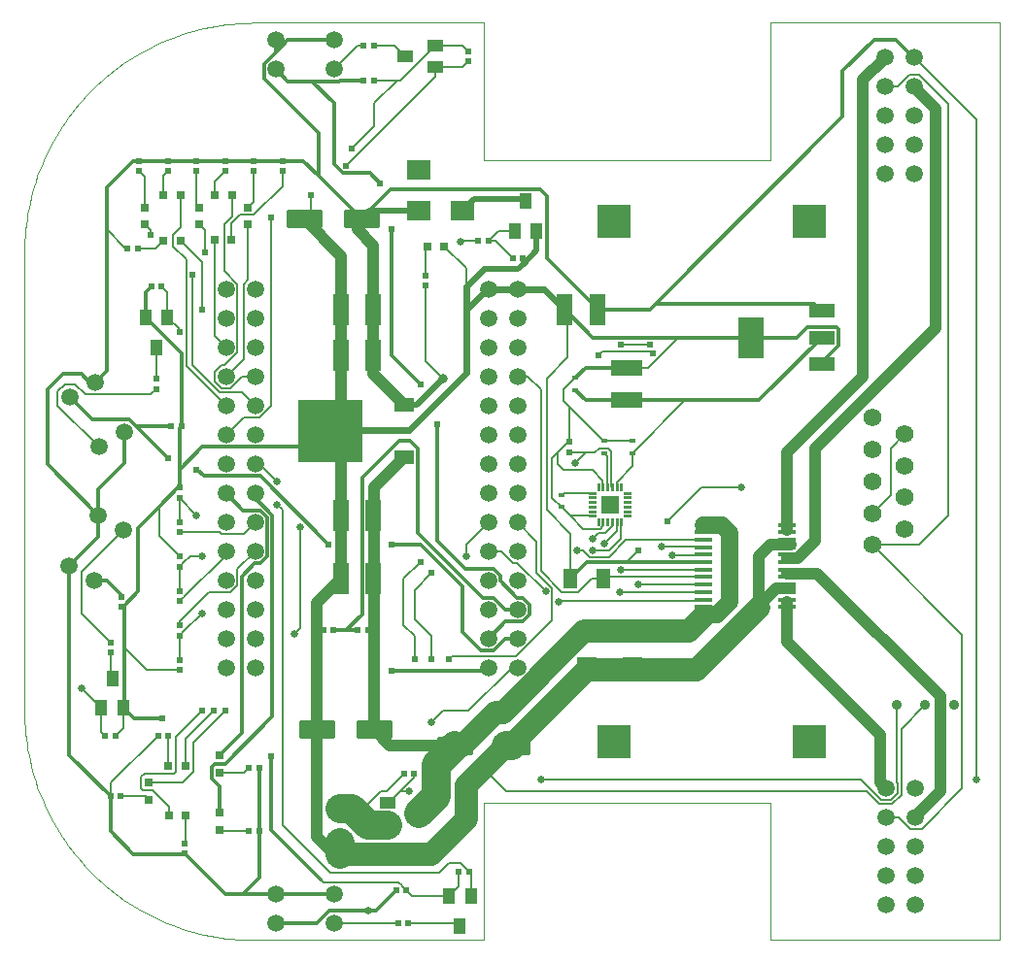
<source format=gtl>
G75*
%MOIN*%
%OFA0B0*%
%FSLAX25Y25*%
%IPPOS*%
%LPD*%
%AMOC8*
5,1,8,0,0,1.08239X$1,22.5*
%
%ADD10C,0.00000*%
%ADD11R,0.22441X0.21654*%
%ADD12R,0.06693X0.05118*%
%ADD13C,0.05315*%
%ADD14R,0.05394X0.10709*%
%ADD15C,0.05906*%
%ADD16C,0.01555*%
%ADD17R,0.08268X0.06693*%
%ADD18R,0.03150X0.03150*%
%ADD19R,0.02008X0.02362*%
%ADD20R,0.02362X0.02008*%
%ADD21R,0.05906X0.01575*%
%ADD22R,0.08800X0.04800*%
%ADD23R,0.08661X0.14173*%
%ADD24R,0.10709X0.05394*%
%ADD25R,0.02362X0.01378*%
%ADD26C,0.03562*%
%ADD27R,0.05512X0.03937*%
%ADD28R,0.03937X0.05512*%
%ADD29R,0.07165X0.04724*%
%ADD30R,0.04724X0.07165*%
%ADD31C,0.00217*%
%ADD32R,0.06063X0.06063*%
%ADD33C,0.06201*%
%ADD34C,0.03937*%
%ADD35C,0.01969*%
%ADD36C,0.01181*%
%ADD37C,0.00787*%
%ADD38C,0.02578*%
%ADD39C,0.03169*%
%ADD40C,0.00600*%
%ADD41C,0.10000*%
%ADD42C,0.07874*%
%ADD43C,0.09843*%
%ADD44C,0.02362*%
%ADD45C,0.02400*%
%ADD46C,0.05906*%
%ADD47R,0.11811X0.11811*%
D10*
X0105631Y0113505D02*
X0105631Y0270985D01*
X0105654Y0272888D01*
X0105723Y0274789D01*
X0105838Y0276689D01*
X0105999Y0278585D01*
X0106205Y0280476D01*
X0106457Y0282362D01*
X0106755Y0284241D01*
X0107098Y0286113D01*
X0107486Y0287976D01*
X0107919Y0289829D01*
X0108397Y0291671D01*
X0108919Y0293500D01*
X0109485Y0295317D01*
X0110095Y0297119D01*
X0110748Y0298907D01*
X0111444Y0300677D01*
X0112183Y0302431D01*
X0112964Y0304166D01*
X0113786Y0305882D01*
X0114650Y0307577D01*
X0115555Y0309251D01*
X0116500Y0310903D01*
X0117484Y0312531D01*
X0118507Y0314136D01*
X0119569Y0315714D01*
X0120669Y0317267D01*
X0121806Y0318793D01*
X0122979Y0320291D01*
X0124189Y0321760D01*
X0125433Y0323199D01*
X0126712Y0324608D01*
X0128025Y0325986D01*
X0129370Y0327331D01*
X0130748Y0328644D01*
X0132157Y0329923D01*
X0133596Y0331167D01*
X0135065Y0332377D01*
X0136563Y0333550D01*
X0138089Y0334687D01*
X0139642Y0335787D01*
X0141220Y0336849D01*
X0142825Y0337872D01*
X0144453Y0338856D01*
X0146105Y0339801D01*
X0147779Y0340706D01*
X0149474Y0341570D01*
X0151190Y0342392D01*
X0152925Y0343173D01*
X0154679Y0343912D01*
X0156449Y0344608D01*
X0158237Y0345261D01*
X0160039Y0345871D01*
X0161856Y0346437D01*
X0163685Y0346959D01*
X0165527Y0347437D01*
X0167380Y0347870D01*
X0169243Y0348258D01*
X0171115Y0348601D01*
X0172994Y0348899D01*
X0174880Y0349151D01*
X0176771Y0349357D01*
X0178667Y0349518D01*
X0180567Y0349633D01*
X0182468Y0349702D01*
X0184371Y0349725D01*
X0263111Y0349725D01*
X0263111Y0302481D01*
X0361536Y0302481D01*
X0361536Y0349725D01*
X0440276Y0349725D01*
X0440276Y0034765D01*
X0361536Y0034765D01*
X0361536Y0082009D01*
X0263111Y0082009D01*
X0263111Y0034765D01*
X0184371Y0034765D01*
X0182468Y0034788D01*
X0180567Y0034857D01*
X0178667Y0034972D01*
X0176771Y0035133D01*
X0174880Y0035339D01*
X0172994Y0035591D01*
X0171115Y0035889D01*
X0169243Y0036232D01*
X0167380Y0036620D01*
X0165527Y0037053D01*
X0163685Y0037531D01*
X0161856Y0038053D01*
X0160039Y0038619D01*
X0158237Y0039229D01*
X0156449Y0039882D01*
X0154679Y0040578D01*
X0152925Y0041317D01*
X0151190Y0042098D01*
X0149474Y0042920D01*
X0147779Y0043784D01*
X0146105Y0044689D01*
X0144453Y0045634D01*
X0142825Y0046618D01*
X0141220Y0047641D01*
X0139642Y0048703D01*
X0138089Y0049803D01*
X0136563Y0050940D01*
X0135065Y0052113D01*
X0133596Y0053323D01*
X0132157Y0054567D01*
X0130748Y0055846D01*
X0129370Y0057159D01*
X0128025Y0058504D01*
X0126712Y0059882D01*
X0125433Y0061291D01*
X0124189Y0062730D01*
X0122979Y0064199D01*
X0121806Y0065697D01*
X0120669Y0067223D01*
X0119569Y0068776D01*
X0118507Y0070354D01*
X0117484Y0071959D01*
X0116500Y0073587D01*
X0115555Y0075239D01*
X0114650Y0076913D01*
X0113786Y0078608D01*
X0112964Y0080324D01*
X0112183Y0082059D01*
X0111444Y0083813D01*
X0110748Y0085583D01*
X0110095Y0087371D01*
X0109485Y0089173D01*
X0108919Y0090990D01*
X0108397Y0092819D01*
X0107919Y0094661D01*
X0107486Y0096514D01*
X0107098Y0098377D01*
X0106755Y0100249D01*
X0106457Y0102128D01*
X0106205Y0104014D01*
X0105999Y0105905D01*
X0105838Y0107801D01*
X0105723Y0109701D01*
X0105654Y0111602D01*
X0105631Y0113505D01*
D11*
X0210670Y0209568D03*
D12*
X0236024Y0218564D03*
X0236024Y0200572D03*
D13*
X0214528Y0078505D03*
X0214528Y0070631D03*
D14*
X0214209Y0158780D03*
X0225398Y0158780D03*
X0225398Y0180434D03*
X0214209Y0180434D03*
X0214209Y0235552D03*
X0225398Y0235552D03*
X0225398Y0251300D03*
X0214209Y0251300D03*
X0290981Y0251300D03*
X0302170Y0251300D03*
D15*
X0274765Y0248229D03*
X0274765Y0258229D03*
X0264765Y0258229D03*
X0264765Y0248229D03*
X0264765Y0238229D03*
X0274765Y0238229D03*
X0274765Y0228229D03*
X0274765Y0218229D03*
X0264765Y0218229D03*
X0264765Y0228229D03*
X0264765Y0208229D03*
X0274765Y0208229D03*
X0274765Y0198229D03*
X0264765Y0198229D03*
X0264765Y0188229D03*
X0274765Y0188229D03*
X0274765Y0178229D03*
X0264765Y0178229D03*
X0264765Y0168229D03*
X0274765Y0168229D03*
X0274765Y0158229D03*
X0274765Y0148229D03*
X0264765Y0148229D03*
X0264765Y0158229D03*
X0264765Y0138229D03*
X0274765Y0138229D03*
X0274765Y0128229D03*
X0264765Y0128229D03*
X0184765Y0128229D03*
X0184765Y0138229D03*
X0174765Y0138229D03*
X0174765Y0128229D03*
X0174765Y0148229D03*
X0184765Y0148229D03*
X0184765Y0158229D03*
X0184765Y0168229D03*
X0174765Y0168229D03*
X0174765Y0158229D03*
X0174765Y0178229D03*
X0184765Y0178229D03*
X0184765Y0188229D03*
X0174765Y0188229D03*
X0174765Y0198229D03*
X0184765Y0198229D03*
X0184765Y0208229D03*
X0174765Y0208229D03*
X0174765Y0218229D03*
X0184765Y0218229D03*
X0184765Y0228229D03*
X0184765Y0238229D03*
X0174765Y0238229D03*
X0174765Y0228229D03*
X0174765Y0248229D03*
X0184765Y0248229D03*
X0184765Y0258229D03*
X0174765Y0258229D03*
X0129882Y0226376D03*
X0121221Y0221376D03*
X0131221Y0204056D03*
X0139882Y0209056D03*
X0131026Y0180513D03*
X0139686Y0175513D03*
X0129686Y0158192D03*
X0121026Y0163192D03*
X0191930Y0050670D03*
X0191930Y0040670D03*
X0211930Y0040670D03*
X0211930Y0050670D03*
X0401182Y0046851D03*
X0411182Y0046851D03*
X0411182Y0056851D03*
X0401182Y0056851D03*
X0401182Y0066851D03*
X0411182Y0066851D03*
X0411182Y0076851D03*
X0401182Y0076851D03*
X0401182Y0086851D03*
X0411182Y0086851D03*
X0410906Y0297914D03*
X0400906Y0297914D03*
X0400906Y0307914D03*
X0410906Y0307914D03*
X0410906Y0317914D03*
X0400906Y0317914D03*
X0400906Y0327914D03*
X0410906Y0327914D03*
X0410906Y0337914D03*
X0400906Y0337914D03*
X0211930Y0333820D03*
X0211930Y0343820D03*
X0191930Y0343820D03*
X0191930Y0333820D03*
D16*
X0196152Y0284735D02*
X0206842Y0284735D01*
X0206842Y0280069D01*
X0196152Y0280069D01*
X0196152Y0284735D01*
X0196152Y0281546D02*
X0206842Y0281546D01*
X0206842Y0283023D02*
X0196152Y0283023D01*
X0196152Y0284500D02*
X0206842Y0284500D01*
X0215837Y0284735D02*
X0226527Y0284735D01*
X0226527Y0280069D01*
X0215837Y0280069D01*
X0215837Y0284735D01*
X0215837Y0281546D02*
X0226527Y0281546D01*
X0226527Y0283023D02*
X0215837Y0283023D01*
X0215837Y0284500D02*
X0226527Y0284500D01*
X0230897Y0109539D02*
X0220207Y0109539D01*
X0230897Y0109539D02*
X0230897Y0104873D01*
X0220207Y0104873D01*
X0220207Y0109539D01*
X0220207Y0106350D02*
X0230897Y0106350D01*
X0230897Y0107827D02*
X0220207Y0107827D01*
X0220207Y0109304D02*
X0230897Y0109304D01*
X0247924Y0099361D02*
X0258614Y0099361D01*
X0247924Y0099361D02*
X0247924Y0104027D01*
X0258614Y0104027D01*
X0258614Y0099361D01*
X0258614Y0100838D02*
X0247924Y0100838D01*
X0247924Y0102315D02*
X0258614Y0102315D01*
X0258614Y0103792D02*
X0247924Y0103792D01*
X0267609Y0099361D02*
X0278299Y0099361D01*
X0267609Y0099361D02*
X0267609Y0104027D01*
X0278299Y0104027D01*
X0278299Y0099361D01*
X0278299Y0100838D02*
X0267609Y0100838D01*
X0267609Y0102315D02*
X0278299Y0102315D01*
X0278299Y0103792D02*
X0267609Y0103792D01*
X0211212Y0109539D02*
X0200522Y0109539D01*
X0211212Y0109539D02*
X0211212Y0104873D01*
X0200522Y0104873D01*
X0200522Y0109539D01*
X0200522Y0106350D02*
X0211212Y0106350D01*
X0211212Y0107827D02*
X0200522Y0107827D01*
X0200522Y0109304D02*
X0211212Y0109304D01*
D17*
X0241024Y0285276D03*
X0241024Y0299056D03*
X0255985Y0285276D03*
D18*
X0249725Y0272954D03*
X0243820Y0272954D03*
X0182402Y0280434D03*
X0182402Y0286339D03*
X0176891Y0290670D03*
X0170985Y0290670D03*
X0165473Y0286339D03*
X0165473Y0280434D03*
X0170828Y0275080D03*
X0176733Y0275080D03*
X0159174Y0274922D03*
X0153269Y0274922D03*
X0146969Y0280434D03*
X0146969Y0286339D03*
X0153269Y0290670D03*
X0159174Y0290670D03*
X0172560Y0098150D03*
X0172560Y0092245D03*
X0160946Y0094489D03*
X0155040Y0094489D03*
X0148269Y0088859D03*
X0148269Y0082954D03*
X0155119Y0077402D03*
X0161024Y0077402D03*
X0172560Y0078465D03*
X0172560Y0072560D03*
D19*
X0182619Y0072166D03*
X0186123Y0072166D03*
X0186123Y0093820D03*
X0182619Y0093820D03*
X0154981Y0104961D03*
X0151477Y0104961D03*
X0136871Y0104961D03*
X0133367Y0104961D03*
X0135257Y0084056D03*
X0138761Y0084056D03*
X0208209Y0141064D03*
X0211713Y0141064D03*
X0220020Y0141064D03*
X0223524Y0141064D03*
X0235769Y0091851D03*
X0239272Y0091851D03*
X0254627Y0058269D03*
X0258131Y0058269D03*
X0236635Y0051812D03*
X0233131Y0051812D03*
X0233800Y0040670D03*
X0237304Y0040670D03*
X0159548Y0211261D03*
X0156044Y0211261D03*
X0152658Y0259174D03*
X0149154Y0259174D03*
X0144509Y0272284D03*
X0141005Y0272284D03*
X0221989Y0330040D03*
X0225493Y0330040D03*
X0225493Y0341851D03*
X0221989Y0341851D03*
X0261359Y0274922D03*
X0264863Y0274922D03*
X0273170Y0269017D03*
X0276674Y0269017D03*
D20*
X0243426Y0262894D03*
X0243426Y0259391D03*
X0194213Y0298761D03*
X0194213Y0302265D03*
X0184371Y0302265D03*
X0184371Y0298761D03*
X0174528Y0298761D03*
X0174528Y0302265D03*
X0164686Y0302265D03*
X0164686Y0298761D03*
X0154843Y0298761D03*
X0154843Y0302265D03*
X0145001Y0302265D03*
X0145001Y0298761D03*
X0150906Y0227461D03*
X0150906Y0223957D03*
X0158780Y0190060D03*
X0158780Y0186556D03*
X0158780Y0178249D03*
X0158780Y0174745D03*
X0158780Y0166438D03*
X0158780Y0162934D03*
X0158780Y0154627D03*
X0158780Y0151123D03*
X0158780Y0142816D03*
X0158780Y0139312D03*
X0158780Y0131005D03*
X0158780Y0127501D03*
X0135158Y0133406D03*
X0135158Y0136910D03*
X0139095Y0149154D03*
X0139095Y0152658D03*
X0160670Y0068052D03*
X0160670Y0064548D03*
X0292639Y0202304D03*
X0292639Y0205808D03*
X0257875Y0336438D03*
X0257875Y0339942D03*
D21*
X0338603Y0177304D03*
X0338603Y0174745D03*
X0338603Y0172186D03*
X0338603Y0169627D03*
X0338603Y0167068D03*
X0338603Y0164509D03*
X0338603Y0161950D03*
X0338603Y0159391D03*
X0338603Y0156831D03*
X0338603Y0154272D03*
X0338603Y0151713D03*
X0338603Y0149154D03*
X0367146Y0149154D03*
X0367146Y0151713D03*
X0367146Y0154272D03*
X0367146Y0156831D03*
X0367146Y0159391D03*
X0367146Y0161950D03*
X0367146Y0164509D03*
X0367146Y0167068D03*
X0367146Y0169627D03*
X0367146Y0172186D03*
X0367146Y0174745D03*
X0367146Y0177304D03*
D22*
X0379209Y0232554D03*
X0379209Y0241654D03*
X0379209Y0250754D03*
D23*
X0354808Y0241654D03*
D24*
X0312324Y0231304D03*
X0312324Y0220115D03*
D25*
X0314292Y0206123D03*
X0314292Y0201989D03*
X0304450Y0201989D03*
X0304450Y0206123D03*
X0294607Y0223643D03*
X0294607Y0227776D03*
X0289804Y0187580D03*
X0289804Y0183446D03*
D26*
X0404843Y0115473D03*
X0414686Y0115473D03*
X0424528Y0115473D03*
D27*
X0240694Y0078072D03*
X0230410Y0081812D03*
X0230410Y0074331D03*
X0246442Y0334450D03*
X0246442Y0341930D03*
X0236158Y0338190D03*
D28*
X0277520Y0288568D03*
X0273780Y0278284D03*
X0281261Y0278284D03*
X0154646Y0248568D03*
X0147166Y0248568D03*
X0150906Y0238284D03*
X0135788Y0124709D03*
X0132048Y0114426D03*
X0139528Y0114426D03*
X0251300Y0049906D03*
X0258780Y0049906D03*
X0255040Y0039623D03*
D29*
X0298544Y0129410D03*
X0298544Y0140906D03*
X0314292Y0140906D03*
X0314292Y0129410D03*
D30*
X0304292Y0158780D03*
X0292796Y0158780D03*
D31*
X0302806Y0177136D02*
X0302806Y0179440D01*
X0302806Y0177136D02*
X0302156Y0177136D01*
X0302156Y0179440D01*
X0302806Y0179440D01*
X0302806Y0177342D02*
X0302156Y0177342D01*
X0302156Y0177548D02*
X0302806Y0177548D01*
X0302806Y0177754D02*
X0302156Y0177754D01*
X0302156Y0177960D02*
X0302806Y0177960D01*
X0302806Y0178166D02*
X0302156Y0178166D01*
X0302156Y0178372D02*
X0302806Y0178372D01*
X0302806Y0178578D02*
X0302156Y0178578D01*
X0302156Y0178784D02*
X0302806Y0178784D01*
X0302806Y0178990D02*
X0302156Y0178990D01*
X0302156Y0179196D02*
X0302806Y0179196D01*
X0302806Y0179402D02*
X0302156Y0179402D01*
X0301487Y0180109D02*
X0299183Y0180109D01*
X0299183Y0180759D01*
X0301487Y0180759D01*
X0301487Y0180109D01*
X0301487Y0180315D02*
X0299183Y0180315D01*
X0299183Y0180521D02*
X0301487Y0180521D01*
X0301487Y0180727D02*
X0299183Y0180727D01*
X0299183Y0181684D02*
X0301487Y0181684D01*
X0299183Y0181684D02*
X0299183Y0182334D01*
X0301487Y0182334D01*
X0301487Y0181684D01*
X0301487Y0181890D02*
X0299183Y0181890D01*
X0299183Y0182096D02*
X0301487Y0182096D01*
X0301487Y0182302D02*
X0299183Y0182302D01*
X0299183Y0183258D02*
X0301487Y0183258D01*
X0299183Y0183258D02*
X0299183Y0183908D01*
X0301487Y0183908D01*
X0301487Y0183258D01*
X0301487Y0183464D02*
X0299183Y0183464D01*
X0299183Y0183670D02*
X0301487Y0183670D01*
X0301487Y0183876D02*
X0299183Y0183876D01*
X0299183Y0184833D02*
X0301487Y0184833D01*
X0299183Y0184833D02*
X0299183Y0185483D01*
X0301487Y0185483D01*
X0301487Y0184833D01*
X0301487Y0185039D02*
X0299183Y0185039D01*
X0299183Y0185245D02*
X0301487Y0185245D01*
X0301487Y0185451D02*
X0299183Y0185451D01*
X0299183Y0186408D02*
X0301487Y0186408D01*
X0299183Y0186408D02*
X0299183Y0187058D01*
X0301487Y0187058D01*
X0301487Y0186408D01*
X0301487Y0186614D02*
X0299183Y0186614D01*
X0299183Y0186820D02*
X0301487Y0186820D01*
X0301487Y0187026D02*
X0299183Y0187026D01*
X0299183Y0187983D02*
X0301487Y0187983D01*
X0299183Y0187983D02*
X0299183Y0188633D01*
X0301487Y0188633D01*
X0301487Y0187983D01*
X0301487Y0188189D02*
X0299183Y0188189D01*
X0299183Y0188395D02*
X0301487Y0188395D01*
X0301487Y0188601D02*
X0299183Y0188601D01*
X0302156Y0189302D02*
X0302156Y0191606D01*
X0302806Y0191606D01*
X0302806Y0189302D01*
X0302156Y0189302D01*
X0302156Y0189508D02*
X0302806Y0189508D01*
X0302806Y0189714D02*
X0302156Y0189714D01*
X0302156Y0189920D02*
X0302806Y0189920D01*
X0302806Y0190126D02*
X0302156Y0190126D01*
X0302156Y0190332D02*
X0302806Y0190332D01*
X0302806Y0190538D02*
X0302156Y0190538D01*
X0302156Y0190744D02*
X0302806Y0190744D01*
X0302806Y0190950D02*
X0302156Y0190950D01*
X0302156Y0191156D02*
X0302806Y0191156D01*
X0302806Y0191362D02*
X0302156Y0191362D01*
X0302156Y0191568D02*
X0302806Y0191568D01*
X0303731Y0191606D02*
X0303731Y0189302D01*
X0303731Y0191606D02*
X0304381Y0191606D01*
X0304381Y0189302D01*
X0303731Y0189302D01*
X0303731Y0189508D02*
X0304381Y0189508D01*
X0304381Y0189714D02*
X0303731Y0189714D01*
X0303731Y0189920D02*
X0304381Y0189920D01*
X0304381Y0190126D02*
X0303731Y0190126D01*
X0303731Y0190332D02*
X0304381Y0190332D01*
X0304381Y0190538D02*
X0303731Y0190538D01*
X0303731Y0190744D02*
X0304381Y0190744D01*
X0304381Y0190950D02*
X0303731Y0190950D01*
X0303731Y0191156D02*
X0304381Y0191156D01*
X0304381Y0191362D02*
X0303731Y0191362D01*
X0303731Y0191568D02*
X0304381Y0191568D01*
X0305306Y0191606D02*
X0305306Y0189302D01*
X0305306Y0191606D02*
X0305956Y0191606D01*
X0305956Y0189302D01*
X0305306Y0189302D01*
X0305306Y0189508D02*
X0305956Y0189508D01*
X0305956Y0189714D02*
X0305306Y0189714D01*
X0305306Y0189920D02*
X0305956Y0189920D01*
X0305956Y0190126D02*
X0305306Y0190126D01*
X0305306Y0190332D02*
X0305956Y0190332D01*
X0305956Y0190538D02*
X0305306Y0190538D01*
X0305306Y0190744D02*
X0305956Y0190744D01*
X0305956Y0190950D02*
X0305306Y0190950D01*
X0305306Y0191156D02*
X0305956Y0191156D01*
X0305956Y0191362D02*
X0305306Y0191362D01*
X0305306Y0191568D02*
X0305956Y0191568D01*
X0306881Y0191606D02*
X0306881Y0189302D01*
X0306881Y0191606D02*
X0307531Y0191606D01*
X0307531Y0189302D01*
X0306881Y0189302D01*
X0306881Y0189508D02*
X0307531Y0189508D01*
X0307531Y0189714D02*
X0306881Y0189714D01*
X0306881Y0189920D02*
X0307531Y0189920D01*
X0307531Y0190126D02*
X0306881Y0190126D01*
X0306881Y0190332D02*
X0307531Y0190332D01*
X0307531Y0190538D02*
X0306881Y0190538D01*
X0306881Y0190744D02*
X0307531Y0190744D01*
X0307531Y0190950D02*
X0306881Y0190950D01*
X0306881Y0191156D02*
X0307531Y0191156D01*
X0307531Y0191362D02*
X0306881Y0191362D01*
X0306881Y0191568D02*
X0307531Y0191568D01*
X0308455Y0191606D02*
X0308455Y0189302D01*
X0308455Y0191606D02*
X0309105Y0191606D01*
X0309105Y0189302D01*
X0308455Y0189302D01*
X0308455Y0189508D02*
X0309105Y0189508D01*
X0309105Y0189714D02*
X0308455Y0189714D01*
X0308455Y0189920D02*
X0309105Y0189920D01*
X0309105Y0190126D02*
X0308455Y0190126D01*
X0308455Y0190332D02*
X0309105Y0190332D01*
X0309105Y0190538D02*
X0308455Y0190538D01*
X0308455Y0190744D02*
X0309105Y0190744D01*
X0309105Y0190950D02*
X0308455Y0190950D01*
X0308455Y0191156D02*
X0309105Y0191156D01*
X0309105Y0191362D02*
X0308455Y0191362D01*
X0308455Y0191568D02*
X0309105Y0191568D01*
X0310030Y0191606D02*
X0310030Y0189302D01*
X0310030Y0191606D02*
X0310680Y0191606D01*
X0310680Y0189302D01*
X0310030Y0189302D01*
X0310030Y0189508D02*
X0310680Y0189508D01*
X0310680Y0189714D02*
X0310030Y0189714D01*
X0310030Y0189920D02*
X0310680Y0189920D01*
X0310680Y0190126D02*
X0310030Y0190126D01*
X0310030Y0190332D02*
X0310680Y0190332D01*
X0310680Y0190538D02*
X0310030Y0190538D01*
X0310030Y0190744D02*
X0310680Y0190744D01*
X0310680Y0190950D02*
X0310030Y0190950D01*
X0310030Y0191156D02*
X0310680Y0191156D01*
X0310680Y0191362D02*
X0310030Y0191362D01*
X0310030Y0191568D02*
X0310680Y0191568D01*
X0311349Y0188633D02*
X0313653Y0188633D01*
X0313653Y0187983D01*
X0311349Y0187983D01*
X0311349Y0188633D01*
X0311349Y0188189D02*
X0313653Y0188189D01*
X0313653Y0188395D02*
X0311349Y0188395D01*
X0311349Y0188601D02*
X0313653Y0188601D01*
X0313653Y0187058D02*
X0311349Y0187058D01*
X0313653Y0187058D02*
X0313653Y0186408D01*
X0311349Y0186408D01*
X0311349Y0187058D01*
X0311349Y0186614D02*
X0313653Y0186614D01*
X0313653Y0186820D02*
X0311349Y0186820D01*
X0311349Y0187026D02*
X0313653Y0187026D01*
X0313653Y0185483D02*
X0311349Y0185483D01*
X0313653Y0185483D02*
X0313653Y0184833D01*
X0311349Y0184833D01*
X0311349Y0185483D01*
X0311349Y0185039D02*
X0313653Y0185039D01*
X0313653Y0185245D02*
X0311349Y0185245D01*
X0311349Y0185451D02*
X0313653Y0185451D01*
X0313653Y0183908D02*
X0311349Y0183908D01*
X0313653Y0183908D02*
X0313653Y0183258D01*
X0311349Y0183258D01*
X0311349Y0183908D01*
X0311349Y0183464D02*
X0313653Y0183464D01*
X0313653Y0183670D02*
X0311349Y0183670D01*
X0311349Y0183876D02*
X0313653Y0183876D01*
X0313653Y0182334D02*
X0311349Y0182334D01*
X0313653Y0182334D02*
X0313653Y0181684D01*
X0311349Y0181684D01*
X0311349Y0182334D01*
X0311349Y0181890D02*
X0313653Y0181890D01*
X0313653Y0182096D02*
X0311349Y0182096D01*
X0311349Y0182302D02*
X0313653Y0182302D01*
X0313653Y0180759D02*
X0311349Y0180759D01*
X0313653Y0180759D02*
X0313653Y0180109D01*
X0311349Y0180109D01*
X0311349Y0180759D01*
X0311349Y0180315D02*
X0313653Y0180315D01*
X0313653Y0180521D02*
X0311349Y0180521D01*
X0311349Y0180727D02*
X0313653Y0180727D01*
X0310680Y0179440D02*
X0310680Y0177136D01*
X0310030Y0177136D01*
X0310030Y0179440D01*
X0310680Y0179440D01*
X0310680Y0177342D02*
X0310030Y0177342D01*
X0310030Y0177548D02*
X0310680Y0177548D01*
X0310680Y0177754D02*
X0310030Y0177754D01*
X0310030Y0177960D02*
X0310680Y0177960D01*
X0310680Y0178166D02*
X0310030Y0178166D01*
X0310030Y0178372D02*
X0310680Y0178372D01*
X0310680Y0178578D02*
X0310030Y0178578D01*
X0310030Y0178784D02*
X0310680Y0178784D01*
X0310680Y0178990D02*
X0310030Y0178990D01*
X0310030Y0179196D02*
X0310680Y0179196D01*
X0310680Y0179402D02*
X0310030Y0179402D01*
X0309105Y0179440D02*
X0309105Y0177136D01*
X0308455Y0177136D01*
X0308455Y0179440D01*
X0309105Y0179440D01*
X0309105Y0177342D02*
X0308455Y0177342D01*
X0308455Y0177548D02*
X0309105Y0177548D01*
X0309105Y0177754D02*
X0308455Y0177754D01*
X0308455Y0177960D02*
X0309105Y0177960D01*
X0309105Y0178166D02*
X0308455Y0178166D01*
X0308455Y0178372D02*
X0309105Y0178372D01*
X0309105Y0178578D02*
X0308455Y0178578D01*
X0308455Y0178784D02*
X0309105Y0178784D01*
X0309105Y0178990D02*
X0308455Y0178990D01*
X0308455Y0179196D02*
X0309105Y0179196D01*
X0309105Y0179402D02*
X0308455Y0179402D01*
X0307531Y0179440D02*
X0307531Y0177136D01*
X0306881Y0177136D01*
X0306881Y0179440D01*
X0307531Y0179440D01*
X0307531Y0177342D02*
X0306881Y0177342D01*
X0306881Y0177548D02*
X0307531Y0177548D01*
X0307531Y0177754D02*
X0306881Y0177754D01*
X0306881Y0177960D02*
X0307531Y0177960D01*
X0307531Y0178166D02*
X0306881Y0178166D01*
X0306881Y0178372D02*
X0307531Y0178372D01*
X0307531Y0178578D02*
X0306881Y0178578D01*
X0306881Y0178784D02*
X0307531Y0178784D01*
X0307531Y0178990D02*
X0306881Y0178990D01*
X0306881Y0179196D02*
X0307531Y0179196D01*
X0307531Y0179402D02*
X0306881Y0179402D01*
X0305956Y0179440D02*
X0305956Y0177136D01*
X0305306Y0177136D01*
X0305306Y0179440D01*
X0305956Y0179440D01*
X0305956Y0177342D02*
X0305306Y0177342D01*
X0305306Y0177548D02*
X0305956Y0177548D01*
X0305956Y0177754D02*
X0305306Y0177754D01*
X0305306Y0177960D02*
X0305956Y0177960D01*
X0305956Y0178166D02*
X0305306Y0178166D01*
X0305306Y0178372D02*
X0305956Y0178372D01*
X0305956Y0178578D02*
X0305306Y0178578D01*
X0305306Y0178784D02*
X0305956Y0178784D01*
X0305956Y0178990D02*
X0305306Y0178990D01*
X0305306Y0179196D02*
X0305956Y0179196D01*
X0305956Y0179402D02*
X0305306Y0179402D01*
X0304381Y0179440D02*
X0304381Y0177136D01*
X0303731Y0177136D01*
X0303731Y0179440D01*
X0304381Y0179440D01*
X0304381Y0177342D02*
X0303731Y0177342D01*
X0303731Y0177548D02*
X0304381Y0177548D01*
X0304381Y0177754D02*
X0303731Y0177754D01*
X0303731Y0177960D02*
X0304381Y0177960D01*
X0304381Y0178166D02*
X0303731Y0178166D01*
X0303731Y0178372D02*
X0304381Y0178372D01*
X0304381Y0178578D02*
X0303731Y0178578D01*
X0303731Y0178784D02*
X0304381Y0178784D01*
X0304381Y0178990D02*
X0303731Y0178990D01*
X0303731Y0179196D02*
X0304381Y0179196D01*
X0304381Y0179402D02*
X0303731Y0179402D01*
D32*
X0306733Y0184371D03*
D33*
X0396576Y0181339D03*
X0396576Y0192245D03*
X0396576Y0203150D03*
X0396576Y0214056D03*
X0407757Y0208603D03*
X0407757Y0197698D03*
X0407757Y0186792D03*
X0407757Y0175887D03*
X0396576Y0170434D03*
D34*
X0376852Y0171960D02*
X0376852Y0203408D01*
X0418396Y0244952D01*
X0418396Y0320201D01*
X0410906Y0327691D01*
X0410906Y0327914D01*
X0400906Y0337691D02*
X0393417Y0330201D01*
X0393417Y0228357D01*
X0367146Y0202087D01*
X0367146Y0177304D01*
X0367146Y0175542D01*
X0367146Y0170591D02*
X0361536Y0170591D01*
X0357599Y0166654D01*
X0357599Y0150906D01*
X0358967Y0150906D01*
X0363691Y0155631D01*
X0368347Y0155631D01*
X0367146Y0150906D02*
X0367146Y0149154D01*
X0367146Y0150906D02*
X0367146Y0137127D01*
X0399213Y0105060D01*
X0399213Y0088820D01*
X0401182Y0086851D01*
X0411182Y0077074D02*
X0419853Y0085745D01*
X0419853Y0118426D01*
X0377698Y0160581D01*
X0367146Y0160581D01*
X0367146Y0166054D02*
X0370947Y0166054D01*
X0376852Y0171960D01*
X0368741Y0170591D02*
X0367146Y0170591D01*
X0357599Y0150906D02*
X0357599Y0148938D01*
X0411182Y0077074D02*
X0411182Y0076851D01*
X0253269Y0101694D02*
X0231064Y0101694D01*
X0225552Y0107206D01*
X0225670Y0107324D01*
X0225670Y0141064D01*
X0225670Y0158741D01*
X0225709Y0158780D02*
X0225709Y0180123D01*
X0225398Y0180434D01*
X0225709Y0180745D01*
X0225709Y0190257D01*
X0236024Y0200572D01*
X0236024Y0218564D02*
X0225398Y0229190D01*
X0225398Y0235552D01*
X0225398Y0251300D01*
X0225398Y0273265D01*
X0219804Y0278859D01*
X0214209Y0269690D02*
X0214209Y0251300D01*
X0214209Y0235552D01*
X0214209Y0213107D01*
X0210670Y0209568D01*
X0214209Y0206028D01*
X0214209Y0180434D01*
X0214209Y0158780D01*
X0205867Y0150438D01*
X0205867Y0141064D01*
X0205867Y0107206D01*
X0205867Y0070355D01*
X0209961Y0066261D01*
X0210158Y0066261D01*
X0214528Y0070631D01*
X0214209Y0269690D02*
X0201497Y0282402D01*
X0400906Y0337691D02*
X0400906Y0337914D01*
D35*
X0281261Y0278284D02*
X0281261Y0271418D01*
X0276891Y0267048D01*
X0276891Y0268800D01*
X0276674Y0269017D01*
X0276891Y0267048D02*
X0274922Y0265080D01*
X0263111Y0265080D01*
X0255985Y0285276D02*
X0259922Y0289213D01*
X0276875Y0289213D01*
X0277520Y0288568D01*
X0241024Y0285276D02*
X0224056Y0285276D01*
X0221182Y0282402D01*
X0249331Y0227678D02*
X0240217Y0218564D01*
X0236024Y0218564D01*
D36*
X0121026Y0163192D02*
X0121026Y0098287D01*
X0135257Y0084056D01*
X0135257Y0072068D01*
X0143032Y0064292D01*
X0160414Y0064292D01*
X0160670Y0064548D01*
X0174548Y0050670D01*
X0180434Y0050670D01*
X0186123Y0056359D01*
X0186123Y0072166D01*
X0186123Y0093820D01*
X0190276Y0097757D02*
X0190276Y0072560D01*
X0207402Y0055434D01*
X0211930Y0050670D02*
X0191930Y0050670D01*
X0180434Y0050670D01*
X0191930Y0040670D02*
X0206070Y0040670D01*
X0210214Y0044813D01*
X0223741Y0044813D01*
X0226132Y0044813D01*
X0233131Y0051812D01*
X0172560Y0078465D02*
X0172560Y0087412D01*
X0169794Y0090177D01*
X0169794Y0094313D01*
X0170867Y0095385D01*
X0174628Y0095385D01*
X0190689Y0111446D01*
X0190689Y0180683D01*
X0184765Y0186608D01*
X0184765Y0188229D01*
X0186481Y0182372D02*
X0180621Y0182372D01*
X0174765Y0188229D01*
X0167143Y0194086D02*
X0186467Y0194086D01*
X0209961Y0170591D01*
X0188908Y0166513D02*
X0188908Y0179945D01*
X0186481Y0182372D01*
X0188908Y0166513D02*
X0186481Y0164086D01*
X0184762Y0164086D01*
X0180295Y0159619D01*
X0180295Y0105886D01*
X0172560Y0098150D01*
X0152875Y0110749D02*
X0143206Y0110749D01*
X0139528Y0114426D01*
X0139772Y0114182D01*
X0139772Y0135158D01*
X0139772Y0148477D01*
X0139772Y0149467D01*
X0144723Y0154417D01*
X0144723Y0176367D01*
X0151816Y0183461D01*
X0158416Y0190060D01*
X0158780Y0190060D01*
X0158780Y0196182D01*
X0166654Y0204056D01*
X0200119Y0204056D01*
X0221511Y0193647D02*
X0234153Y0206290D01*
X0237895Y0206290D01*
X0240561Y0203624D01*
X0240561Y0174604D01*
X0262793Y0152372D01*
X0266481Y0152372D01*
X0270624Y0148229D01*
X0274765Y0148229D01*
X0274762Y0152372D02*
X0268908Y0158226D01*
X0268908Y0159945D01*
X0266481Y0162372D01*
X0256888Y0162372D01*
X0247363Y0171897D01*
X0247363Y0211930D01*
X0241457Y0225709D02*
X0231615Y0235552D01*
X0231615Y0278859D01*
X0221182Y0282402D02*
X0206517Y0297068D01*
X0206517Y0311831D01*
X0187787Y0330561D01*
X0187787Y0335536D01*
X0191930Y0339679D01*
X0196070Y0343820D01*
X0211930Y0343820D01*
X0214010Y0330040D02*
X0221989Y0330040D01*
X0214010Y0330040D02*
X0213646Y0329676D01*
X0204420Y0329676D01*
X0211930Y0322166D01*
X0211930Y0301069D01*
X0214877Y0298122D01*
X0224163Y0298122D01*
X0227678Y0294607D01*
X0231418Y0292639D02*
X0267333Y0292639D01*
X0267342Y0292648D01*
X0282502Y0292648D01*
X0284774Y0290376D01*
X0284774Y0269007D01*
X0302481Y0251300D01*
X0320198Y0251300D01*
X0322166Y0253269D01*
X0386320Y0317423D01*
X0386320Y0333125D01*
X0397222Y0344026D01*
X0404591Y0344026D01*
X0410703Y0337914D01*
X0410906Y0337914D01*
X0376694Y0253269D02*
X0322166Y0253269D01*
X0330040Y0241654D02*
X0300627Y0241654D01*
X0291810Y0250471D01*
X0290981Y0251300D01*
X0302170Y0251300D02*
X0302481Y0251300D01*
X0298135Y0231304D02*
X0294607Y0227776D01*
X0294607Y0223643D02*
X0298135Y0220115D01*
X0312324Y0220115D01*
X0333977Y0220115D01*
X0357669Y0220115D01*
X0379209Y0241654D01*
X0374316Y0245245D02*
X0384102Y0245245D01*
X0384799Y0244547D01*
X0384799Y0238761D01*
X0379209Y0233171D01*
X0379209Y0232554D01*
X0370725Y0241654D02*
X0374316Y0245245D01*
X0370725Y0241654D02*
X0354808Y0241654D01*
X0330040Y0241654D01*
X0312324Y0231304D02*
X0298135Y0231304D01*
X0241457Y0170591D02*
X0231615Y0170591D01*
X0241457Y0170591D02*
X0255897Y0156152D01*
X0255897Y0140404D01*
X0262215Y0134086D01*
X0266481Y0134086D01*
X0270624Y0138229D01*
X0274765Y0138229D01*
X0276481Y0144086D02*
X0270621Y0144086D01*
X0264765Y0138229D01*
X0264765Y0128229D02*
X0263820Y0127284D01*
X0231615Y0127284D01*
X0220020Y0141064D02*
X0215867Y0141064D01*
X0221511Y0146708D01*
X0221511Y0193647D01*
X0274762Y0152372D02*
X0276481Y0152372D01*
X0278908Y0149945D01*
X0278908Y0146513D01*
X0276481Y0144086D01*
X0292796Y0158780D02*
X0298524Y0164509D01*
X0312324Y0164509D01*
X0338603Y0164509D01*
X0379209Y0250754D02*
X0376694Y0253269D01*
X0231418Y0292639D02*
X0221182Y0282402D01*
X0206517Y0297068D02*
X0201320Y0302265D01*
X0194213Y0302265D01*
X0184371Y0302265D01*
X0174528Y0302265D01*
X0164686Y0302265D01*
X0154843Y0302265D01*
X0145001Y0302265D01*
X0142816Y0302265D01*
X0133819Y0293267D01*
X0133819Y0278859D01*
X0133819Y0230313D01*
X0129882Y0226376D01*
X0127913Y0226376D01*
X0125125Y0229164D01*
X0118811Y0229164D01*
X0113433Y0223787D01*
X0113433Y0198105D01*
X0131026Y0180513D01*
X0131026Y0189698D01*
X0139882Y0198554D01*
X0139882Y0209056D01*
X0143965Y0211261D02*
X0141723Y0213502D01*
X0129095Y0213502D01*
X0121221Y0221376D01*
X0143965Y0211261D02*
X0154843Y0200382D01*
X0154843Y0200119D01*
X0158780Y0196182D02*
X0158780Y0210493D01*
X0159548Y0211261D01*
X0159548Y0236186D01*
X0147166Y0248568D01*
X0147166Y0257186D01*
X0149154Y0259174D01*
X0143965Y0211261D02*
X0156044Y0211261D01*
X0164686Y0196182D02*
X0165047Y0196182D01*
X0167143Y0194086D01*
X0131026Y0180513D02*
X0131026Y0173192D01*
X0121026Y0163192D01*
X0129686Y0158192D02*
X0134017Y0158192D01*
X0139095Y0153113D01*
X0139095Y0152658D01*
X0139095Y0149154D02*
X0139772Y0148477D01*
X0211713Y0141064D02*
X0215867Y0141064D01*
X0204420Y0329676D02*
X0196073Y0329676D01*
X0191930Y0333820D01*
X0191930Y0339679D02*
X0191930Y0343820D01*
D37*
X0211930Y0333820D02*
X0219961Y0341851D01*
X0221989Y0341851D01*
X0225493Y0341851D02*
X0232497Y0341851D01*
X0236158Y0338190D01*
X0234552Y0330040D02*
X0233583Y0330040D01*
X0225709Y0322166D01*
X0225709Y0314292D01*
X0217835Y0306418D01*
X0215867Y0300513D02*
X0246442Y0331087D01*
X0246442Y0334450D01*
X0255887Y0334450D01*
X0257875Y0336438D01*
X0257875Y0339942D02*
X0255887Y0341930D01*
X0246442Y0341930D01*
X0234552Y0330040D01*
X0233583Y0330040D02*
X0225493Y0330040D01*
X0194213Y0298761D02*
X0194213Y0293595D01*
X0184389Y0283771D01*
X0179440Y0283771D01*
X0176497Y0280828D01*
X0176497Y0275316D01*
X0176733Y0275080D01*
X0170828Y0275080D02*
X0170828Y0259873D01*
X0170818Y0259864D01*
X0170818Y0242176D01*
X0174765Y0238229D01*
X0178711Y0236594D02*
X0174292Y0232176D01*
X0173130Y0232176D01*
X0170818Y0229864D01*
X0170818Y0226594D01*
X0173130Y0224283D01*
X0176399Y0224283D01*
X0180346Y0228229D01*
X0184765Y0228229D01*
X0180098Y0222895D02*
X0172555Y0222895D01*
X0163326Y0232124D01*
X0163326Y0263111D01*
X0166654Y0267442D02*
X0166654Y0251300D01*
X0158780Y0244434D02*
X0158780Y0243426D01*
X0158780Y0244434D02*
X0154646Y0248568D01*
X0154646Y0257186D01*
X0152658Y0259174D01*
X0161132Y0268409D02*
X0161132Y0231861D01*
X0174765Y0218229D01*
X0180098Y0222895D02*
X0184765Y0218229D01*
X0186399Y0214283D02*
X0180818Y0214283D01*
X0174765Y0208229D01*
X0186399Y0214283D02*
X0190276Y0218160D01*
X0190276Y0282796D01*
X0184371Y0288308D02*
X0182402Y0286339D01*
X0184371Y0288308D02*
X0184371Y0298761D01*
X0174528Y0298761D02*
X0170985Y0295217D01*
X0170985Y0290670D01*
X0176891Y0290670D02*
X0176891Y0283183D01*
X0174165Y0280457D01*
X0174165Y0264410D01*
X0178711Y0259864D01*
X0178711Y0236594D01*
X0180818Y0234283D02*
X0180818Y0259864D01*
X0182402Y0261448D01*
X0182402Y0280434D01*
X0167442Y0278465D02*
X0167442Y0270985D01*
X0166654Y0267442D02*
X0159174Y0274922D01*
X0156606Y0276908D02*
X0156606Y0272936D01*
X0161132Y0268409D01*
X0156606Y0276908D02*
X0159174Y0279477D01*
X0159174Y0290670D01*
X0164686Y0287127D02*
X0165473Y0286339D01*
X0164686Y0287127D02*
X0164686Y0298761D01*
X0154843Y0298761D02*
X0153269Y0297186D01*
X0153269Y0290670D01*
X0146969Y0286339D02*
X0146969Y0296792D01*
X0145001Y0298761D01*
X0146969Y0280434D02*
X0148938Y0278465D01*
X0148938Y0276891D01*
X0153269Y0274922D02*
X0150631Y0272284D01*
X0144509Y0272284D01*
X0141005Y0272284D02*
X0140393Y0272284D01*
X0133819Y0278859D01*
X0165473Y0280434D02*
X0167442Y0278465D01*
X0201497Y0282402D02*
X0204056Y0284961D01*
X0204056Y0290670D01*
X0219804Y0281024D02*
X0219804Y0278859D01*
X0219804Y0281024D02*
X0221182Y0282402D01*
X0255237Y0274411D02*
X0255748Y0274922D01*
X0261359Y0274922D01*
X0264863Y0274922D02*
X0268225Y0278284D01*
X0273780Y0278284D01*
X0267265Y0274922D02*
X0273170Y0269017D01*
X0267265Y0274922D02*
X0264863Y0274922D01*
X0291810Y0250471D02*
X0291810Y0234723D01*
X0284765Y0227678D01*
X0284765Y0182402D01*
X0292796Y0174371D01*
X0292796Y0158780D01*
X0290022Y0154204D02*
X0282796Y0161430D01*
X0282796Y0223741D01*
X0278308Y0228229D01*
X0274765Y0228229D01*
X0290670Y0223839D02*
X0290670Y0219804D01*
X0292639Y0217835D01*
X0292639Y0205808D01*
X0292422Y0205808D01*
X0288702Y0202087D01*
X0286733Y0200119D01*
X0286733Y0186517D01*
X0289804Y0183446D01*
X0292816Y0180434D01*
X0300335Y0180434D01*
X0304056Y0178288D02*
X0304056Y0176828D01*
X0303262Y0176035D01*
X0297215Y0176035D01*
X0292816Y0180434D01*
X0289804Y0187580D02*
X0290532Y0188308D01*
X0300335Y0188308D01*
X0304056Y0190454D02*
X0304056Y0192639D01*
X0300513Y0196182D01*
X0290670Y0196182D01*
X0288702Y0198150D01*
X0288702Y0202087D01*
X0292639Y0202087D02*
X0298230Y0202087D01*
X0294607Y0198465D01*
X0292639Y0202087D02*
X0292639Y0202304D01*
X0298230Y0202087D02*
X0301273Y0202087D01*
X0302857Y0203672D01*
X0306042Y0203672D01*
X0307022Y0202692D01*
X0307022Y0192097D01*
X0307057Y0192062D01*
X0307057Y0190602D01*
X0307206Y0190454D01*
X0308780Y0190454D02*
X0308780Y0191914D01*
X0314292Y0197425D01*
X0314292Y0201989D01*
X0332418Y0220115D01*
X0333977Y0220115D01*
X0319690Y0231304D02*
X0312324Y0231304D01*
X0319690Y0231304D02*
X0330040Y0241654D01*
X0321347Y0236064D02*
X0320560Y0236851D01*
X0303780Y0236851D01*
X0302481Y0235552D01*
X0310355Y0239264D02*
X0320198Y0239264D01*
X0294607Y0227776D02*
X0290670Y0223839D01*
X0292639Y0217835D02*
X0304351Y0206123D01*
X0304450Y0206123D01*
X0314292Y0206123D01*
X0305631Y0200808D02*
X0305631Y0190454D01*
X0305631Y0200808D02*
X0304450Y0201989D01*
X0307206Y0178288D02*
X0307206Y0176828D01*
X0305025Y0174647D01*
X0304450Y0174647D01*
X0302600Y0174647D01*
X0300513Y0172560D01*
X0300513Y0168623D02*
X0306418Y0168623D01*
X0310355Y0172560D01*
X0310355Y0178288D01*
X0308780Y0178288D02*
X0308780Y0175236D01*
X0304450Y0170906D01*
X0306098Y0166340D02*
X0299567Y0166340D01*
X0297284Y0168623D01*
X0295198Y0168623D01*
X0306098Y0166340D02*
X0311943Y0172186D01*
X0338603Y0172186D01*
X0338327Y0169903D02*
X0338603Y0169627D01*
X0338327Y0169903D02*
X0324135Y0169903D01*
X0328072Y0166988D02*
X0338524Y0166988D01*
X0338603Y0167068D01*
X0338524Y0162029D02*
X0338603Y0161950D01*
X0338524Y0162029D02*
X0310355Y0162029D01*
X0312324Y0164509D02*
X0316261Y0168446D01*
X0316261Y0168623D01*
X0326103Y0178465D02*
X0337914Y0190276D01*
X0351694Y0190276D01*
X0338603Y0177304D02*
X0338603Y0174745D01*
X0338603Y0159391D02*
X0304902Y0159391D01*
X0304292Y0158780D01*
X0300146Y0158780D01*
X0295570Y0154204D01*
X0290022Y0154204D01*
X0289583Y0151320D02*
X0338209Y0151320D01*
X0338603Y0151713D01*
X0338387Y0154056D02*
X0338603Y0154272D01*
X0338387Y0154056D02*
X0309961Y0154056D01*
X0309765Y0154253D01*
X0316261Y0156812D02*
X0316280Y0156831D01*
X0338603Y0156831D01*
X0338603Y0149154D02*
X0338603Y0146389D01*
X0338603Y0145995D01*
X0314292Y0129410D02*
X0314292Y0127442D01*
X0312324Y0127442D02*
X0314292Y0129410D01*
X0298544Y0129410D02*
X0298544Y0127442D01*
X0286733Y0144616D02*
X0286733Y0155531D01*
X0281409Y0160855D01*
X0281409Y0171585D01*
X0274765Y0178229D01*
X0264765Y0178229D02*
X0257206Y0170670D01*
X0257206Y0166654D01*
X0264765Y0168229D02*
X0269183Y0168229D01*
X0273130Y0164283D01*
X0274753Y0164283D01*
X0284450Y0154585D01*
X0289016Y0150906D02*
X0289169Y0150906D01*
X0289583Y0151320D01*
X0286733Y0144616D02*
X0274322Y0132206D01*
X0252284Y0132206D01*
X0251300Y0131221D01*
X0245394Y0131221D02*
X0245394Y0139095D01*
X0239489Y0145001D01*
X0239489Y0154843D01*
X0245394Y0160749D01*
X0241457Y0164686D02*
X0235552Y0158780D01*
X0235552Y0143032D01*
X0239489Y0139095D01*
X0239489Y0131221D01*
X0225670Y0141064D02*
X0223524Y0141064D01*
X0208209Y0141064D02*
X0205867Y0141064D01*
X0200119Y0141861D02*
X0200119Y0176565D01*
X0194213Y0182402D02*
X0192245Y0184371D01*
X0194213Y0182402D02*
X0194213Y0074234D01*
X0210661Y0057787D01*
X0247799Y0057787D01*
X0251243Y0061231D01*
X0255255Y0061231D01*
X0256624Y0059861D01*
X0256624Y0059775D01*
X0258131Y0058269D01*
X0258780Y0057619D01*
X0258780Y0049906D01*
X0254627Y0053233D02*
X0251300Y0049906D01*
X0238540Y0049906D01*
X0236635Y0051812D01*
X0235128Y0053318D01*
X0235128Y0053405D01*
X0233858Y0054675D01*
X0208161Y0054675D01*
X0207402Y0055434D01*
X0213898Y0068229D02*
X0213898Y0070001D01*
X0214528Y0070631D01*
X0214528Y0078505D02*
X0215965Y0079942D01*
X0221871Y0079942D01*
X0227875Y0085946D01*
X0229863Y0085946D01*
X0235769Y0091851D01*
X0239272Y0091851D02*
X0239272Y0090674D01*
X0234544Y0085946D01*
X0237520Y0085946D01*
X0234544Y0085946D02*
X0230410Y0081812D01*
X0230410Y0074331D02*
X0230213Y0074135D01*
X0240694Y0078072D02*
X0240853Y0078231D01*
X0260158Y0090867D02*
X0266064Y0090867D01*
X0270985Y0085946D01*
X0394544Y0085946D01*
X0398972Y0081517D01*
X0403391Y0081517D01*
X0406516Y0084642D01*
X0406516Y0107303D01*
X0414686Y0115473D01*
X0404843Y0115473D02*
X0404843Y0088771D01*
X0405128Y0088486D01*
X0405128Y0085216D01*
X0402817Y0082905D01*
X0399547Y0082905D01*
X0392569Y0089883D01*
X0282796Y0089883D01*
X0258072Y0113505D02*
X0249331Y0113505D01*
X0245394Y0109568D01*
X0258072Y0113505D02*
X0272796Y0128229D01*
X0274765Y0128229D01*
X0225709Y0158780D02*
X0225398Y0158780D01*
X0225631Y0158780D01*
X0225670Y0158741D01*
X0200119Y0141861D02*
X0198150Y0139893D01*
X0178711Y0156594D02*
X0178711Y0162176D01*
X0184765Y0168229D01*
X0180818Y0174283D02*
X0173130Y0174283D01*
X0172668Y0174745D01*
X0158780Y0174745D01*
X0158780Y0178249D02*
X0158780Y0186556D01*
X0164686Y0180650D01*
X0164686Y0180434D01*
X0151816Y0183461D02*
X0151816Y0173402D01*
X0158780Y0166438D01*
X0160287Y0164440D02*
X0160373Y0164440D01*
X0162587Y0166654D01*
X0166654Y0166654D01*
X0160287Y0164440D02*
X0158780Y0162934D01*
X0158780Y0154627D01*
X0160287Y0152629D02*
X0160373Y0152629D01*
X0174765Y0167021D01*
X0174765Y0168229D01*
X0180818Y0174283D02*
X0184765Y0178229D01*
X0192245Y0192245D02*
X0186261Y0198229D01*
X0184765Y0198229D01*
X0200119Y0204056D02*
X0205158Y0204056D01*
X0210670Y0209568D01*
X0180818Y0234283D02*
X0174765Y0228229D01*
X0150906Y0227461D02*
X0150906Y0238284D01*
X0150906Y0223957D02*
X0149090Y0222141D01*
X0126446Y0222141D01*
X0122975Y0225611D01*
X0119467Y0225611D01*
X0116986Y0223131D01*
X0116986Y0218291D01*
X0131221Y0204056D01*
X0139686Y0175513D02*
X0125316Y0161143D01*
X0125316Y0146753D01*
X0135158Y0136910D01*
X0135158Y0133406D02*
X0135158Y0125339D01*
X0135788Y0124709D01*
X0132048Y0114646D02*
X0125316Y0121379D01*
X0132048Y0114646D02*
X0132048Y0114426D01*
X0132048Y0106280D01*
X0133367Y0104961D01*
X0136871Y0104961D02*
X0139528Y0107619D01*
X0139528Y0114426D01*
X0151477Y0104961D02*
X0135257Y0088741D01*
X0135257Y0084056D01*
X0138761Y0084056D02*
X0147166Y0084056D01*
X0148269Y0082954D01*
X0149486Y0086291D02*
X0146282Y0086291D01*
X0145700Y0086873D01*
X0145700Y0090845D01*
X0146775Y0091920D01*
X0157027Y0091920D01*
X0157609Y0092503D01*
X0157609Y0104459D01*
X0166654Y0113505D01*
X0170591Y0113505D02*
X0160946Y0103859D01*
X0160946Y0094489D01*
X0163514Y0092503D02*
X0159871Y0088859D01*
X0148269Y0088859D01*
X0149486Y0086291D02*
X0155119Y0080658D01*
X0155119Y0077402D01*
X0161024Y0077402D02*
X0161024Y0068406D01*
X0160670Y0068052D01*
X0172560Y0072560D02*
X0172954Y0072166D01*
X0182619Y0072166D01*
X0181044Y0092245D02*
X0172560Y0092245D01*
X0181044Y0092245D02*
X0182619Y0093820D01*
X0163514Y0092503D02*
X0163514Y0102491D01*
X0174528Y0113505D01*
X0158780Y0127501D02*
X0147430Y0127501D01*
X0139772Y0135158D01*
X0158780Y0139312D02*
X0158780Y0131005D01*
X0158780Y0139312D02*
X0160287Y0140818D01*
X0160373Y0140818D01*
X0166524Y0146969D01*
X0166654Y0146969D01*
X0168897Y0154283D02*
X0158780Y0144166D01*
X0158780Y0142816D01*
X0158780Y0151123D02*
X0160287Y0152629D01*
X0168897Y0154283D02*
X0176399Y0154283D01*
X0178711Y0156594D01*
X0154981Y0104961D02*
X0154981Y0094548D01*
X0155040Y0094489D01*
X0213898Y0080040D02*
X0213898Y0079135D01*
X0214528Y0078505D01*
X0254627Y0058269D02*
X0254627Y0053233D01*
X0253993Y0040670D02*
X0255040Y0039623D01*
X0253993Y0040670D02*
X0237304Y0040670D01*
X0233800Y0040670D02*
X0211930Y0040670D01*
X0367146Y0150906D02*
X0367146Y0151713D01*
X0367146Y0154272D02*
X0367146Y0156831D01*
X0368347Y0155631D01*
X0367146Y0159391D02*
X0367146Y0160581D01*
X0367146Y0161950D01*
X0367146Y0164509D02*
X0367146Y0166054D01*
X0367146Y0167068D01*
X0367146Y0169627D02*
X0367146Y0170591D01*
X0367146Y0172186D02*
X0368741Y0170591D01*
X0367146Y0174745D02*
X0367146Y0175542D01*
X0396576Y0170434D02*
X0412560Y0170434D01*
X0422560Y0180434D01*
X0422560Y0321842D01*
X0412541Y0331861D01*
X0409272Y0331861D01*
X0405325Y0327914D01*
X0400906Y0327914D01*
X0410906Y0337914D02*
X0432402Y0316418D01*
X0432402Y0089883D01*
X0427303Y0086752D02*
X0427303Y0139706D01*
X0396576Y0170434D01*
X0396576Y0181339D02*
X0402875Y0187639D01*
X0402875Y0203721D01*
X0407757Y0208603D01*
X0427303Y0086752D02*
X0413456Y0072905D01*
X0409547Y0072905D01*
X0405601Y0076851D01*
X0401182Y0076851D01*
D38*
X0432402Y0089883D03*
X0328072Y0166988D03*
X0324135Y0169903D03*
X0316261Y0156812D03*
X0309765Y0154253D03*
X0310355Y0162029D03*
X0304450Y0170906D03*
X0300513Y0172560D03*
X0300513Y0168623D03*
X0295198Y0168623D03*
X0284450Y0154585D03*
X0289016Y0150906D03*
X0257206Y0166654D03*
X0294607Y0198465D03*
X0351694Y0190276D03*
X0255237Y0274411D03*
X0192245Y0192245D03*
X0192245Y0184371D03*
X0200119Y0176565D03*
X0166654Y0166654D03*
X0164686Y0180434D03*
X0166654Y0146969D03*
X0198150Y0139893D03*
X0245394Y0109568D03*
X0237520Y0085946D03*
X0223741Y0044813D03*
X0282796Y0089883D03*
X0125316Y0121379D03*
D39*
X0249331Y0227678D03*
D40*
X0243426Y0233583D01*
X0243426Y0259391D01*
X0243426Y0262894D02*
X0243426Y0272560D01*
X0243820Y0272954D01*
X0249725Y0272954D02*
X0257206Y0265473D01*
X0257206Y0259174D01*
D41*
X0270985Y0101694D02*
X0272954Y0101694D01*
D42*
X0272954Y0101851D01*
X0298544Y0127442D01*
X0312324Y0127442D01*
X0314292Y0127442D02*
X0336103Y0127442D01*
X0357599Y0148938D01*
X0338603Y0145995D02*
X0333514Y0140906D01*
X0314292Y0140906D01*
X0298544Y0140906D01*
X0297679Y0140906D01*
X0282254Y0125482D01*
X0282254Y0125127D01*
X0269993Y0112865D01*
X0267196Y0112865D01*
X0256024Y0101694D01*
X0253269Y0101694D01*
X0260158Y0090867D02*
X0257174Y0087883D01*
X0257174Y0076103D01*
X0245363Y0064292D01*
X0213898Y0064292D01*
X0260158Y0090867D02*
X0270985Y0101694D01*
D43*
X0253269Y0101694D02*
X0253269Y0101290D01*
X0246928Y0094950D01*
X0246928Y0084306D01*
X0240853Y0078231D01*
X0230213Y0074135D02*
X0223741Y0074135D01*
X0217835Y0080040D01*
X0213898Y0080040D01*
X0213898Y0068229D02*
X0213898Y0064292D01*
D44*
X0210670Y0209568D02*
X0211064Y0209961D01*
X0237520Y0209961D01*
X0257206Y0229646D01*
X0257206Y0251300D01*
X0257206Y0259174D01*
X0263111Y0265080D01*
X0264135Y0258229D02*
X0264765Y0258229D01*
X0274765Y0258229D01*
X0284052Y0258229D01*
X0290981Y0251300D01*
X0264135Y0258229D02*
X0257206Y0251300D01*
D45*
X0231615Y0278859D03*
X0227678Y0294607D03*
X0215867Y0300513D03*
X0217835Y0306418D03*
X0204056Y0290670D03*
X0190276Y0282796D03*
X0167442Y0270985D03*
X0163326Y0263111D03*
X0166654Y0251300D03*
X0158780Y0243426D03*
X0148938Y0276891D03*
X0154843Y0200119D03*
X0164686Y0196182D03*
X0209961Y0170591D03*
X0231615Y0170591D03*
X0241457Y0164686D03*
X0245394Y0160749D03*
X0245394Y0131221D03*
X0239489Y0131221D03*
X0231615Y0127284D03*
X0251300Y0131221D03*
X0190276Y0097757D03*
X0174528Y0113505D03*
X0170591Y0113505D03*
X0166654Y0113505D03*
X0152875Y0110749D03*
X0247363Y0211930D03*
X0241457Y0225709D03*
X0302481Y0235552D03*
X0310355Y0239264D03*
X0320198Y0239264D03*
X0321347Y0236064D03*
X0326103Y0178465D03*
X0316261Y0168623D03*
D46*
X0338603Y0177304D02*
X0344981Y0177304D01*
X0347757Y0174528D01*
X0347757Y0150906D01*
X0343239Y0146389D01*
X0338603Y0146389D01*
D47*
X0307993Y0102875D03*
X0374922Y0102875D03*
X0374922Y0281615D03*
X0307993Y0281615D03*
M02*

</source>
